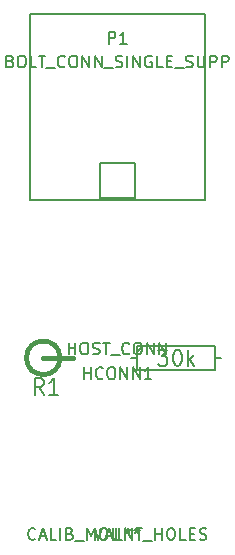
<source format=gto>
G04 (created by PCBNEW (2013-07-07 BZR 4022)-stable) date 7/29/2015 5:29:03 PM*
%MOIN*%
G04 Gerber Fmt 3.4, Leading zero omitted, Abs format*
%FSLAX34Y34*%
G01*
G70*
G90*
G04 APERTURE LIST*
%ADD10C,0.00590551*%
%ADD11C,0.008*%
%ADD12C,0.015*%
G04 APERTURE END LIST*
G54D10*
G54D11*
X98893Y-45275D02*
X99093Y-45275D01*
X101893Y-45275D02*
X101693Y-45275D01*
X101693Y-45275D02*
X101693Y-44875D01*
X101693Y-44875D02*
X99093Y-44875D01*
X99093Y-44875D02*
X99093Y-45675D01*
X99093Y-45675D02*
X101693Y-45675D01*
X101693Y-45675D02*
X101693Y-45275D01*
X99093Y-45075D02*
X99293Y-44875D01*
G54D12*
X95956Y-45275D02*
X96956Y-45275D01*
X96515Y-45275D02*
G75*
G03X96515Y-45275I-559J0D01*
G74*
G01*
G54D10*
X95511Y-39960D02*
X95511Y-40000D01*
X101338Y-39921D02*
X101338Y-40000D01*
X95511Y-40000D02*
X101338Y-40000D01*
X95511Y-33818D02*
X101338Y-33818D01*
X101338Y-33822D02*
X101338Y-39952D01*
X95511Y-39952D02*
X95511Y-33822D01*
X97834Y-38779D02*
X99015Y-38779D01*
X99015Y-38779D02*
X99015Y-39960D01*
X99015Y-39960D02*
X97834Y-39960D01*
X97834Y-39960D02*
X97834Y-38779D01*
X97834Y-38779D02*
X97834Y-38976D01*
G54D11*
X99786Y-44998D02*
X100096Y-44998D01*
X99929Y-45207D01*
X100000Y-45207D01*
X100048Y-45233D01*
X100072Y-45260D01*
X100096Y-45312D01*
X100096Y-45443D01*
X100072Y-45495D01*
X100048Y-45522D01*
X100000Y-45548D01*
X99857Y-45548D01*
X99810Y-45522D01*
X99786Y-45495D01*
X100405Y-44998D02*
X100453Y-44998D01*
X100500Y-45024D01*
X100524Y-45050D01*
X100548Y-45102D01*
X100572Y-45207D01*
X100572Y-45338D01*
X100548Y-45443D01*
X100524Y-45495D01*
X100500Y-45522D01*
X100453Y-45548D01*
X100405Y-45548D01*
X100357Y-45522D01*
X100334Y-45495D01*
X100310Y-45443D01*
X100286Y-45338D01*
X100286Y-45207D01*
X100310Y-45102D01*
X100334Y-45050D01*
X100357Y-45024D01*
X100405Y-44998D01*
X100786Y-45548D02*
X100786Y-44998D01*
X100834Y-45338D02*
X100977Y-45548D01*
X100977Y-45181D02*
X100786Y-45391D01*
X95973Y-46498D02*
X95806Y-46236D01*
X95687Y-46498D02*
X95687Y-45948D01*
X95878Y-45948D01*
X95925Y-45974D01*
X95949Y-46000D01*
X95973Y-46052D01*
X95973Y-46131D01*
X95949Y-46183D01*
X95925Y-46210D01*
X95878Y-46236D01*
X95687Y-46236D01*
X96449Y-46498D02*
X96163Y-46498D01*
X96306Y-46498D02*
X96306Y-45948D01*
X96259Y-46026D01*
X96211Y-46079D01*
X96163Y-46105D01*
G54D10*
X98134Y-34805D02*
X98134Y-34411D01*
X98284Y-34411D01*
X98322Y-34430D01*
X98340Y-34448D01*
X98359Y-34486D01*
X98359Y-34542D01*
X98340Y-34580D01*
X98322Y-34598D01*
X98284Y-34617D01*
X98134Y-34617D01*
X98734Y-34805D02*
X98509Y-34805D01*
X98622Y-34805D02*
X98622Y-34411D01*
X98584Y-34467D01*
X98547Y-34505D01*
X98509Y-34523D01*
X94863Y-35386D02*
X94919Y-35404D01*
X94938Y-35423D01*
X94956Y-35461D01*
X94956Y-35517D01*
X94938Y-35554D01*
X94919Y-35573D01*
X94881Y-35592D01*
X94731Y-35592D01*
X94731Y-35198D01*
X94863Y-35198D01*
X94900Y-35217D01*
X94919Y-35236D01*
X94938Y-35273D01*
X94938Y-35311D01*
X94919Y-35348D01*
X94900Y-35367D01*
X94863Y-35386D01*
X94731Y-35386D01*
X95200Y-35198D02*
X95275Y-35198D01*
X95313Y-35217D01*
X95350Y-35254D01*
X95369Y-35329D01*
X95369Y-35461D01*
X95350Y-35536D01*
X95313Y-35573D01*
X95275Y-35592D01*
X95200Y-35592D01*
X95163Y-35573D01*
X95125Y-35536D01*
X95106Y-35461D01*
X95106Y-35329D01*
X95125Y-35254D01*
X95163Y-35217D01*
X95200Y-35198D01*
X95725Y-35592D02*
X95538Y-35592D01*
X95538Y-35198D01*
X95800Y-35198D02*
X96025Y-35198D01*
X95913Y-35592D02*
X95913Y-35198D01*
X96062Y-35629D02*
X96362Y-35629D01*
X96681Y-35554D02*
X96662Y-35573D01*
X96606Y-35592D01*
X96569Y-35592D01*
X96512Y-35573D01*
X96475Y-35536D01*
X96456Y-35498D01*
X96437Y-35423D01*
X96437Y-35367D01*
X96456Y-35292D01*
X96475Y-35254D01*
X96512Y-35217D01*
X96569Y-35198D01*
X96606Y-35198D01*
X96662Y-35217D01*
X96681Y-35236D01*
X96925Y-35198D02*
X97000Y-35198D01*
X97037Y-35217D01*
X97075Y-35254D01*
X97094Y-35329D01*
X97094Y-35461D01*
X97075Y-35536D01*
X97037Y-35573D01*
X97000Y-35592D01*
X96925Y-35592D01*
X96887Y-35573D01*
X96850Y-35536D01*
X96831Y-35461D01*
X96831Y-35329D01*
X96850Y-35254D01*
X96887Y-35217D01*
X96925Y-35198D01*
X97262Y-35592D02*
X97262Y-35198D01*
X97487Y-35592D01*
X97487Y-35198D01*
X97675Y-35592D02*
X97675Y-35198D01*
X97900Y-35592D01*
X97900Y-35198D01*
X97994Y-35629D02*
X98293Y-35629D01*
X98368Y-35573D02*
X98425Y-35592D01*
X98518Y-35592D01*
X98556Y-35573D01*
X98575Y-35554D01*
X98593Y-35517D01*
X98593Y-35479D01*
X98575Y-35442D01*
X98556Y-35423D01*
X98518Y-35404D01*
X98443Y-35386D01*
X98406Y-35367D01*
X98387Y-35348D01*
X98368Y-35311D01*
X98368Y-35273D01*
X98387Y-35236D01*
X98406Y-35217D01*
X98443Y-35198D01*
X98537Y-35198D01*
X98593Y-35217D01*
X98762Y-35592D02*
X98762Y-35198D01*
X98950Y-35592D02*
X98950Y-35198D01*
X99175Y-35592D01*
X99175Y-35198D01*
X99568Y-35217D02*
X99531Y-35198D01*
X99475Y-35198D01*
X99418Y-35217D01*
X99381Y-35254D01*
X99362Y-35292D01*
X99343Y-35367D01*
X99343Y-35423D01*
X99362Y-35498D01*
X99381Y-35536D01*
X99418Y-35573D01*
X99475Y-35592D01*
X99512Y-35592D01*
X99568Y-35573D01*
X99587Y-35554D01*
X99587Y-35423D01*
X99512Y-35423D01*
X99943Y-35592D02*
X99756Y-35592D01*
X99756Y-35198D01*
X100074Y-35386D02*
X100206Y-35386D01*
X100262Y-35592D02*
X100074Y-35592D01*
X100074Y-35198D01*
X100262Y-35198D01*
X100337Y-35629D02*
X100637Y-35629D01*
X100712Y-35573D02*
X100768Y-35592D01*
X100862Y-35592D01*
X100899Y-35573D01*
X100918Y-35554D01*
X100937Y-35517D01*
X100937Y-35479D01*
X100918Y-35442D01*
X100899Y-35423D01*
X100862Y-35404D01*
X100787Y-35386D01*
X100749Y-35367D01*
X100731Y-35348D01*
X100712Y-35311D01*
X100712Y-35273D01*
X100731Y-35236D01*
X100749Y-35217D01*
X100787Y-35198D01*
X100881Y-35198D01*
X100937Y-35217D01*
X101106Y-35198D02*
X101106Y-35517D01*
X101124Y-35554D01*
X101143Y-35573D01*
X101181Y-35592D01*
X101256Y-35592D01*
X101293Y-35573D01*
X101312Y-35554D01*
X101331Y-35517D01*
X101331Y-35198D01*
X101518Y-35592D02*
X101518Y-35198D01*
X101668Y-35198D01*
X101706Y-35217D01*
X101724Y-35236D01*
X101743Y-35273D01*
X101743Y-35329D01*
X101724Y-35367D01*
X101706Y-35386D01*
X101668Y-35404D01*
X101518Y-35404D01*
X101912Y-35592D02*
X101912Y-35198D01*
X102062Y-35198D01*
X102099Y-35217D01*
X102118Y-35236D01*
X102137Y-35273D01*
X102137Y-35329D01*
X102118Y-35367D01*
X102099Y-35386D01*
X102062Y-35404D01*
X101912Y-35404D01*
X97309Y-45986D02*
X97309Y-45592D01*
X97309Y-45779D02*
X97534Y-45779D01*
X97534Y-45986D02*
X97534Y-45592D01*
X97947Y-45948D02*
X97928Y-45967D01*
X97872Y-45986D01*
X97834Y-45986D01*
X97778Y-45967D01*
X97740Y-45929D01*
X97722Y-45892D01*
X97703Y-45817D01*
X97703Y-45761D01*
X97722Y-45686D01*
X97740Y-45648D01*
X97778Y-45611D01*
X97834Y-45592D01*
X97872Y-45592D01*
X97928Y-45611D01*
X97947Y-45629D01*
X98190Y-45592D02*
X98265Y-45592D01*
X98303Y-45611D01*
X98340Y-45648D01*
X98359Y-45723D01*
X98359Y-45854D01*
X98340Y-45929D01*
X98303Y-45967D01*
X98265Y-45986D01*
X98190Y-45986D01*
X98153Y-45967D01*
X98115Y-45929D01*
X98097Y-45854D01*
X98097Y-45723D01*
X98115Y-45648D01*
X98153Y-45611D01*
X98190Y-45592D01*
X98528Y-45986D02*
X98528Y-45592D01*
X98753Y-45986D01*
X98753Y-45592D01*
X98940Y-45986D02*
X98940Y-45592D01*
X99165Y-45986D01*
X99165Y-45592D01*
X99559Y-45986D02*
X99334Y-45986D01*
X99446Y-45986D02*
X99446Y-45592D01*
X99409Y-45648D01*
X99371Y-45686D01*
X99334Y-45704D01*
X96803Y-45159D02*
X96803Y-44765D01*
X96803Y-44953D02*
X97028Y-44953D01*
X97028Y-45159D02*
X97028Y-44765D01*
X97290Y-44765D02*
X97365Y-44765D01*
X97403Y-44784D01*
X97440Y-44821D01*
X97459Y-44896D01*
X97459Y-45028D01*
X97440Y-45103D01*
X97403Y-45140D01*
X97365Y-45159D01*
X97290Y-45159D01*
X97253Y-45140D01*
X97215Y-45103D01*
X97197Y-45028D01*
X97197Y-44896D01*
X97215Y-44821D01*
X97253Y-44784D01*
X97290Y-44765D01*
X97609Y-45140D02*
X97665Y-45159D01*
X97759Y-45159D01*
X97797Y-45140D01*
X97815Y-45121D01*
X97834Y-45084D01*
X97834Y-45046D01*
X97815Y-45009D01*
X97797Y-44990D01*
X97759Y-44971D01*
X97684Y-44953D01*
X97647Y-44934D01*
X97628Y-44915D01*
X97609Y-44878D01*
X97609Y-44840D01*
X97628Y-44803D01*
X97647Y-44784D01*
X97684Y-44765D01*
X97778Y-44765D01*
X97834Y-44784D01*
X97947Y-44765D02*
X98172Y-44765D01*
X98059Y-45159D02*
X98059Y-44765D01*
X98209Y-45196D02*
X98509Y-45196D01*
X98828Y-45121D02*
X98809Y-45140D01*
X98753Y-45159D01*
X98715Y-45159D01*
X98659Y-45140D01*
X98622Y-45103D01*
X98603Y-45065D01*
X98584Y-44990D01*
X98584Y-44934D01*
X98603Y-44859D01*
X98622Y-44821D01*
X98659Y-44784D01*
X98715Y-44765D01*
X98753Y-44765D01*
X98809Y-44784D01*
X98828Y-44803D01*
X99071Y-44765D02*
X99146Y-44765D01*
X99184Y-44784D01*
X99221Y-44821D01*
X99240Y-44896D01*
X99240Y-45028D01*
X99221Y-45103D01*
X99184Y-45140D01*
X99146Y-45159D01*
X99071Y-45159D01*
X99034Y-45140D01*
X98997Y-45103D01*
X98978Y-45028D01*
X98978Y-44896D01*
X98997Y-44821D01*
X99034Y-44784D01*
X99071Y-44765D01*
X99409Y-45159D02*
X99409Y-44765D01*
X99634Y-45159D01*
X99634Y-44765D01*
X99821Y-45159D02*
X99821Y-44765D01*
X100046Y-45159D01*
X100046Y-44765D01*
X95697Y-51302D02*
X95678Y-51321D01*
X95622Y-51340D01*
X95584Y-51340D01*
X95528Y-51321D01*
X95491Y-51284D01*
X95472Y-51246D01*
X95453Y-51171D01*
X95453Y-51115D01*
X95472Y-51040D01*
X95491Y-51002D01*
X95528Y-50965D01*
X95584Y-50946D01*
X95622Y-50946D01*
X95678Y-50965D01*
X95697Y-50984D01*
X95847Y-51227D02*
X96034Y-51227D01*
X95809Y-51340D02*
X95941Y-50946D01*
X96072Y-51340D01*
X96391Y-51340D02*
X96203Y-51340D01*
X96203Y-50946D01*
X96522Y-51340D02*
X96522Y-50946D01*
X96841Y-51134D02*
X96897Y-51152D01*
X96916Y-51171D01*
X96934Y-51209D01*
X96934Y-51265D01*
X96916Y-51302D01*
X96897Y-51321D01*
X96859Y-51340D01*
X96709Y-51340D01*
X96709Y-50946D01*
X96841Y-50946D01*
X96878Y-50965D01*
X96897Y-50984D01*
X96916Y-51021D01*
X96916Y-51059D01*
X96897Y-51096D01*
X96878Y-51115D01*
X96841Y-51134D01*
X96709Y-51134D01*
X97009Y-51377D02*
X97309Y-51377D01*
X97403Y-51340D02*
X97403Y-50946D01*
X97534Y-51227D01*
X97665Y-50946D01*
X97665Y-51340D01*
X97928Y-50946D02*
X98003Y-50946D01*
X98040Y-50965D01*
X98078Y-51002D01*
X98097Y-51077D01*
X98097Y-51209D01*
X98078Y-51284D01*
X98040Y-51321D01*
X98003Y-51340D01*
X97928Y-51340D01*
X97890Y-51321D01*
X97853Y-51284D01*
X97834Y-51209D01*
X97834Y-51077D01*
X97853Y-51002D01*
X97890Y-50965D01*
X97928Y-50946D01*
X98265Y-50946D02*
X98265Y-51265D01*
X98284Y-51302D01*
X98303Y-51321D01*
X98340Y-51340D01*
X98415Y-51340D01*
X98453Y-51321D01*
X98472Y-51302D01*
X98490Y-51265D01*
X98490Y-50946D01*
X98678Y-51340D02*
X98678Y-50946D01*
X98903Y-51340D01*
X98903Y-50946D01*
X99034Y-50946D02*
X99259Y-50946D01*
X99146Y-51340D02*
X99146Y-50946D01*
X99296Y-51377D02*
X99596Y-51377D01*
X99690Y-51340D02*
X99690Y-50946D01*
X99690Y-51134D02*
X99915Y-51134D01*
X99915Y-51340D02*
X99915Y-50946D01*
X100178Y-50946D02*
X100253Y-50946D01*
X100290Y-50965D01*
X100328Y-51002D01*
X100346Y-51077D01*
X100346Y-51209D01*
X100328Y-51284D01*
X100290Y-51321D01*
X100253Y-51340D01*
X100178Y-51340D01*
X100140Y-51321D01*
X100103Y-51284D01*
X100084Y-51209D01*
X100084Y-51077D01*
X100103Y-51002D01*
X100140Y-50965D01*
X100178Y-50946D01*
X100703Y-51340D02*
X100515Y-51340D01*
X100515Y-50946D01*
X100834Y-51134D02*
X100965Y-51134D01*
X101021Y-51340D02*
X100834Y-51340D01*
X100834Y-50946D01*
X101021Y-50946D01*
X101171Y-51321D02*
X101227Y-51340D01*
X101321Y-51340D01*
X101359Y-51321D01*
X101377Y-51302D01*
X101396Y-51265D01*
X101396Y-51227D01*
X101377Y-51190D01*
X101359Y-51171D01*
X101321Y-51152D01*
X101246Y-51134D01*
X101209Y-51115D01*
X101190Y-51096D01*
X101171Y-51059D01*
X101171Y-51021D01*
X101190Y-50984D01*
X101209Y-50965D01*
X101246Y-50946D01*
X101340Y-50946D01*
X101396Y-50965D01*
X97665Y-50946D02*
X97797Y-51340D01*
X97928Y-50946D01*
X98040Y-51227D02*
X98228Y-51227D01*
X98003Y-51340D02*
X98134Y-50946D01*
X98265Y-51340D01*
X98584Y-51340D02*
X98397Y-51340D01*
X98397Y-50946D01*
X98772Y-50946D02*
X98772Y-51040D01*
X98678Y-51002D02*
X98772Y-51040D01*
X98865Y-51002D01*
X98715Y-51115D02*
X98772Y-51040D01*
X98828Y-51115D01*
X99071Y-50946D02*
X99071Y-51040D01*
X98978Y-51002D02*
X99071Y-51040D01*
X99165Y-51002D01*
X99015Y-51115D02*
X99071Y-51040D01*
X99128Y-51115D01*
M02*

</source>
